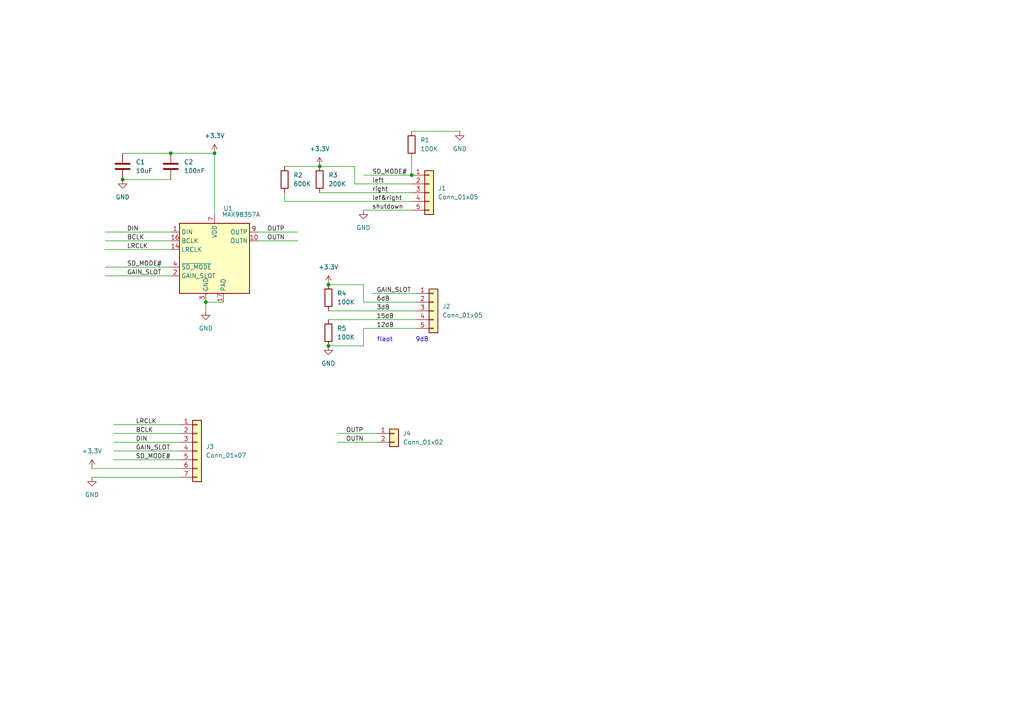
<source format=kicad_sch>
(kicad_sch (version 20250114) (generator "eeschema") (generator_version "9.0")
  (paper "A4")
  (lib_symbols
    (symbol "Audio:MAX98357A"
      (property "Reference" "U" (at -8.89 11.43 0))
      (property "Value" "MAX98357A" (at 10.16 11.43 0))
      (symbol "MAX98357A_1_1"
        (rectangle (start -10.16 10.16) (end 10.16 -10.16) (stroke (width 0.254)) (fill (type background)))
        (pin input line (at -12.7 7.62 0) (length 2.54) (name "DIN") (number "1"))
        (pin input line (at -12.7 5.08 0) (length 2.54) (name "BCLK") (number "16"))
        (pin input line (at -12.7 2.54 0) (length 2.54) (name "LRCLK") (number "14"))
        (pin input line (at -12.7 -2.54 0) (length 2.54) (name "~{SD_MODE}") (number "4"))
        (pin passive line (at -12.7 -5.08 0) (length 2.54) (name "GAIN_SLOT") (number "2"))
        (pin passive line (at -2.54 -12.7 90) (length 2.54) (hide yes) (name "GND") (number "11"))
        (pin passive line (at -2.54 -12.7 90) (length 2.54) (hide yes) (name "GND") (number "15"))
        (pin power_in line (at -2.54 -12.7 90) (length 2.54) (name "GND") (number "3"))
        (pin power_in line (at 0 12.7 270) (length 2.54) (name "VDD") (number "7"))
        (pin passive line (at 0 12.7 270) (length 2.54) (hide yes) (name "VDD") (number "8"))
        (pin unspecified line (at 2.54 -12.7 90) (length 2.54) (name "PAD") (number "17"))
        (pin no_connect line (at 10.16 2.54 180) (length 2.54) (hide yes) (name "NC") (number "5"))
        (pin no_connect line (at 10.16 0 180) (length 2.54) (hide yes) (name "NC") (number "6"))
        (pin no_connect line (at 10.16 -5.08 180) (length 2.54) (hide yes) (name "NC") (number "12"))
        (pin no_connect line (at 10.16 -7.62 180) (length 2.54) (hide yes) (name "NC") (number "13"))
        (pin output line (at 12.7 7.62 180) (length 2.54) (name "OUTP") (number "9"))
        (pin output line (at 12.7 5.08 180) (length 2.54) (name "OUTN") (number "10"))
      )
    )
    (symbol "Connector_Generic:Conn_01x02" (pin_names (offset 1.016) (hide yes))
      (property "Reference" "J" (at 0 2.54 0))
      (property "Value" "Conn_01x02" (at 0 -5.08 0))
      (symbol "Conn_01x02_1_1"
        (rectangle (start -1.27 1.27) (end 1.27 -3.81) (stroke (width 0.254)) (fill (type background)))
        (rectangle (start -1.27 0.127) (end 0 -0.127) (stroke (width 0.1524)))
        (rectangle (start -1.27 -2.413) (end 0 -2.667) (stroke (width 0.1524)))
        (pin passive line (at -5.08 0 0) (length 3.81) (name "Pin_1") (number "1"))
        (pin passive line (at -5.08 -2.54 0) (length 3.81) (name "Pin_2") (number "2"))
      )
    )
    (symbol "Connector_Generic:Conn_01x05" (pin_names (offset 1.016) (hide yes))
      (property "Reference" "J" (at 0 7.62 0))
      (property "Value" "Conn_01x05" (at 0 -7.62 0))
      (symbol "Conn_01x05_1_1"
        (rectangle (start -1.27 6.35) (end 1.27 -6.35) (stroke (width 0.254)) (fill (type background)))
        (rectangle (start -1.27 5.207) (end 0 4.953) (stroke (width 0.1524)))
        (rectangle (start -1.27 2.667) (end 0 2.413) (stroke (width 0.1524)))
        (rectangle (start -1.27 0.127) (end 0 -0.127) (stroke (width 0.1524)))
        (rectangle (start -1.27 -2.413) (end 0 -2.667) (stroke (width 0.1524)))
        (rectangle (start -1.27 -4.953) (end 0 -5.207) (stroke (width 0.1524)))
        (pin passive line (at -5.08 5.08 0) (length 3.81) (name "Pin_1") (number "1"))
        (pin passive line (at -5.08 2.54 0) (length 3.81) (name "Pin_2") (number "2"))
        (pin passive line (at -5.08 0 0) (length 3.81) (name "Pin_3") (number "3"))
        (pin passive line (at -5.08 -2.54 0) (length 3.81) (name "Pin_4") (number "4"))
        (pin passive line (at -5.08 -5.08 0) (length 3.81) (name "Pin_5") (number "5"))
      )
    )
    (symbol "Connector_Generic:Conn_01x07" (pin_names (offset 1.016) (hide yes))
      (property "Reference" "J" (at 0 10.16 0))
      (property "Value" "Conn_01x07" (at 0 -10.16 0))
      (symbol "Conn_01x07_1_1"
        (rectangle (start -1.27 8.89) (end 1.27 -8.89) (stroke (width 0.254)) (fill (type background)))
        (rectangle (start -1.27 7.747) (end 0 7.493) (stroke (width 0.1524)))
        (rectangle (start -1.27 5.207) (end 0 4.953) (stroke (width 0.1524)))
        (rectangle (start -1.27 2.667) (end 0 2.413) (stroke (width 0.1524)))
        (rectangle (start -1.27 0.127) (end 0 -0.127) (stroke (width 0.1524)))
        (rectangle (start -1.27 -2.413) (end 0 -2.667) (stroke (width 0.1524)))
        (rectangle (start -1.27 -4.953) (end 0 -5.207) (stroke (width 0.1524)))
        (rectangle (start -1.27 -7.493) (end 0 -7.747) (stroke (width 0.1524)))
        (pin passive line (at -5.08 7.62 0) (length 3.81) (name "Pin_1") (number "1"))
        (pin passive line (at -5.08 5.08 0) (length 3.81) (name "Pin_2") (number "2"))
        (pin passive line (at -5.08 2.54 0) (length 3.81) (name "Pin_3") (number "3"))
        (pin passive line (at -5.08 0 0) (length 3.81) (name "Pin_4") (number "4"))
        (pin passive line (at -5.08 -2.54 0) (length 3.81) (name "Pin_5") (number "5"))
        (pin passive line (at -5.08 -5.08 0) (length 3.81) (name "Pin_6") (number "6"))
        (pin passive line (at -5.08 -7.62 0) (length 3.81) (name "Pin_7") (number "7"))
      )
    )
    (symbol "PCM_Capacitor_AKL:C_1206" (pin_numbers (hide yes)) (pin_names (offset 0.254))
      (property "Reference" "C" (at 0.635 2.54 0))
      (property "Value" "C_1206" (at 0.635 -2.54 0))
      (symbol "C_1206_0_1"
        (polyline (pts (xy -2.032 0.762) (xy 2.032 0.762)) (stroke (width 0.508)))
        (polyline (pts (xy -2.032 -0.762) (xy 2.032 -0.762)) (stroke (width 0.508)))
      )
      (symbol "C_1206_0_2"
        (polyline (pts (xy -2.54 -2.54) (xy -0.381 -0.381)))
        (polyline (pts (xy -0.508 -0.508) (xy -1.651 0.635)) (stroke (width 0.508)))
        (polyline (pts (xy -0.508 -0.508) (xy 0.635 -1.651)) (stroke (width 0.508)))
        (polyline (pts (xy 0.381 0.381) (xy 2.54 2.54)))
        (polyline (pts (xy 0.508 0.508) (xy -0.635 1.651)) (stroke (width 0.508)))
        (polyline (pts (xy 0.508 0.508) (xy 1.651 -0.635)) (stroke (width 0.508)))
      )
      (symbol "C_1206_1_1"
        (pin passive line (at 0 3.81 270) (length 2.794) (name "~") (number "1"))
        (pin passive line (at 0 -3.81 90) (length 2.794) (name "~") (number "2"))
      )
      (symbol "C_1206_1_2"
        (pin passive line (at -2.54 -2.54 90) (length 0) (name "~") (number "2"))
        (pin passive line (at 2.54 2.54 270) (length 0) (name "~") (number "1"))
      )
    )
    (symbol "PCM_Resistor_AKL:R_1206" (pin_numbers (hide yes)) (pin_names (offset 0))
      (property "Reference" "R" (at 2.54 1.27 0))
      (property "Value" "R_1206" (at 2.54 -1.27 0))
      (symbol "R_1206_0_1"
        (rectangle (start -1.016 2.54) (end 1.016 -2.54) (stroke (width 0.254)))
      )
      (symbol "R_1206_0_2"
        (polyline (pts (xy -2.54 -2.54) (xy -1.524 -1.524)))
        (polyline (pts (xy 1.524 1.524) (xy 2.54 2.54)))
        (polyline (pts (xy 1.524 1.524) (xy 0.889 2.159) (xy -2.159 -0.889) (xy -0.889 -2.159) (xy 2.159 0.889) (xy 1.524 1.524)) (stroke (width 0.254)))
      )
      (symbol "R_1206_1_1"
        (pin passive line (at 0 3.81 270) (length 1.27) (name "~") (number "1"))
        (pin passive line (at 0 -3.81 90) (length 1.27) (name "~") (number "2"))
      )
      (symbol "R_1206_1_2"
        (pin passive line (at -2.54 -2.54 0) (length 0) (name "") (number "2"))
        (pin passive line (at 2.54 2.54 180) (length 0) (name "") (number "1"))
      )
    )
    (symbol "power:+3.3V" (power) (pin_numbers (hide yes)) (pin_names (offset 0) (hide yes))
      (property "Value" "+3.3V" (at 0 3.556 0))
      (symbol "+3.3V_0_1"
        (polyline (pts (xy -0.762 1.27) (xy 0 2.54)))
        (polyline (pts (xy 0 2.54) (xy 0.762 1.27)))
        (polyline (pts (xy 0 0) (xy 0 2.54)))
      )
      (symbol "+3.3V_1_1"
        (pin power_in line (at 0 0 90) (length 0) (name "~") (number "1"))
      )
    )
    (symbol "power:GND" (power) (pin_numbers (hide yes)) (pin_names (offset 0) (hide yes))
      (property "Value" "GND" (at 0 -3.81 0))
      (symbol "GND_0_1"
        (polyline (pts (xy 0 0) (xy 0 -1.27) (xy 1.27 -1.27) (xy 0 -2.54) (xy -1.27 -1.27) (xy 0 -1.27)))
      )
      (symbol "GND_1_1"
        (pin power_in line (at 0 0 270) (length 0) (name "~") (number "1"))
      )
    )
  )
  (text "flaot       9dB" (at 116.84 98.552 0) (effects (font (size 1.27 1.27))))
  (junction (at 62.23 44.45))
  (junction (at 35.56 52.07))
  (junction (at 49.53 44.45))
  (junction (at 92.71 48.26))
  (junction (at 59.69 87.63))
  (junction (at 119.38 50.8))
  (junction (at 95.25 100.33))
  (junction (at 95.25 82.55))
  (wire (pts (xy 49.53 44.45) (xy 62.23 44.45)))
  (wire (pts (xy 102.87 48.26) (xy 102.87 53.34)))
  (wire (pts (xy 105.41 95.25) (xy 105.41 100.33)))
  (wire (pts (xy 26.67 135.89) (xy 52.07 135.89)))
  (wire (pts (xy 92.71 55.88) (xy 119.38 55.88)))
  (wire (pts (xy 102.87 53.34) (xy 119.38 53.34)))
  (wire (pts (xy 95.25 100.33) (xy 105.41 100.33)))
  (wire (pts (xy 33.02 125.73) (xy 52.07 125.73)))
  (wire (pts (xy 30.48 69.85) (xy 49.53 69.85)))
  (wire (pts (xy 107.95 85.09) (xy 120.65 85.09)))
  (wire (pts (xy 119.38 45.72) (xy 119.38 50.8)))
  (wire (pts (xy 30.48 77.47) (xy 49.53 77.47)))
  (wire (pts (xy 105.41 60.96) (xy 119.38 60.96)))
  (wire (pts (xy 97.79 125.73) (xy 109.22 125.73)))
  (wire (pts (xy 105.41 82.55) (xy 95.25 82.55)))
  (wire (pts (xy 82.55 48.26) (xy 92.71 48.26)))
  (wire (pts (xy 95.25 90.17) (xy 120.65 90.17)))
  (wire (pts (xy 30.48 67.31) (xy 49.53 67.31)))
  (wire (pts (xy 105.41 87.63) (xy 120.65 87.63)))
  (wire (pts (xy 105.41 95.25) (xy 120.65 95.25)))
  (wire (pts (xy 33.02 128.27) (xy 52.07 128.27)))
  (wire (pts (xy 74.93 69.85) (xy 86.36 69.85)))
  (wire (pts (xy 95.25 92.71) (xy 120.65 92.71)))
  (wire (pts (xy 35.56 52.07) (xy 49.53 52.07)))
  (wire (pts (xy 105.41 50.8) (xy 119.38 50.8)))
  (wire (pts (xy 33.02 130.81) (xy 52.07 130.81)))
  (wire (pts (xy 62.23 44.45) (xy 62.23 62.23)))
  (wire (pts (xy 33.02 133.35) (xy 52.07 133.35)))
  (wire (pts (xy 26.67 138.43) (xy 52.07 138.43)))
  (wire (pts (xy 33.02 123.19) (xy 52.07 123.19)))
  (wire (pts (xy 102.87 48.26) (xy 92.71 48.26)))
  (wire (pts (xy 30.48 80.01) (xy 49.53 80.01)))
  (wire (pts (xy 64.77 87.63) (xy 59.69 87.63)))
  (wire (pts (xy 30.48 72.39) (xy 49.53 72.39)))
  (wire (pts (xy 97.79 128.27) (xy 109.22 128.27)))
  (wire (pts (xy 59.69 87.63) (xy 59.69 90.17)))
  (wire (pts (xy 82.55 58.42) (xy 119.38 58.42)))
  (wire (pts (xy 74.93 67.31) (xy 86.36 67.31)))
  (wire (pts (xy 82.55 55.88) (xy 82.55 58.42)))
  (wire (pts (xy 35.56 44.45) (xy 49.53 44.45)))
  (wire (pts (xy 105.41 87.63) (xy 105.41 82.55)))
  (wire (pts (xy 119.38 38.1) (xy 133.35 38.1)))
  (label "LRCLK" (at 39.37 123.19 0))
  (label "right" (at 107.95 55.88 0))
  (label "OUTP" (at 77.47 67.31 0))
  (label "BCLK" (at 39.37 125.73 0))
  (label "left" (at 107.95 53.34 0))
  (label "BCLK" (at 36.83 69.85 0))
  (label "GAIN_SLOT" (at 109.22 85.09 0))
  (label "SD_MODE#" (at 107.95 50.8 0))
  (label "OUTP" (at 100.33 125.73 0))
  (label "12dB" (at 109.22 95.25 0))
  (label "6dB" (at 109.22 87.63 0))
  (label "SD_MODE#" (at 36.83 77.47 0))
  (label "3dB" (at 109.22 90.17 0))
  (label "DIN" (at 39.37 128.27 0))
  (label "GAIN_SLOT" (at 36.83 80.01 0))
  (label "OUTN" (at 77.47 69.85 0))
  (label "GAIN_SLOT" (at 39.37 130.81 0))
  (label "shutdown" (at 107.95 60.96 0))
  (label "SD_MODE#" (at 39.37 133.35 0))
  (label "DIN" (at 36.83 67.31 0))
  (label "LRCLK" (at 36.83 72.39 0))
  (label "OUTN" (at 100.33 128.27 0))
  (label "15dB" (at 109.22 92.71 0))
  (label "lef&right" (at 107.95 58.42 0))
  (symbol (lib_id "power:GND") (at 105.41 60.96 0) (unit 1)
    (property "Reference" "#PWR05" (effects (hide yes)))
    (property "Value" "GND" (at 105.41 66.04 0))
    (property "Description" "Power symbol creates a global label with name \"GND\" , ground" (effects (hide yes)))
  )
  (symbol (lib_id "power:GND") (at 133.35 38.1 0) (unit 1)
    (property "Reference" "#PWR01" (effects (hide yes)))
    (property "Value" "GND" (at 133.35 43.18 0))
    (property "Description" "Power symbol creates a global label with name \"GND\" , ground" (effects (hide yes)))
  )
  (symbol (lib_id "PCM_Resistor_AKL:R_1206") (at 92.71 52.07 0) (unit 1)
    (property "Reference" "R3" (at 95.25 50.7999 0) (effects (justify left)))
    (property "Value" "200K" (at 95.25 53.3399 0) (effects (justify left)))
    (property "Footprint" "PCM_Resistor_SMD_AKL:R_1206_3216Metric" (effects (hide yes)))
    (property "Description" "SMD 1206 Chip Resistor, European Symbol, Alternate KiCad Library" (effects (hide yes)))
  )
  (symbol (lib_id "power:+3.3V") (at 95.25 82.55 0) (unit 1)
    (property "Reference" "#PWR06" (effects (hide yes)))
    (property "Value" "+3.3V" (at 95.25 77.47 0))
    (property "Description" "Power symbol creates a global label with name \"+3.3V\"" (effects (hide yes)))
  )
  (symbol (lib_id "PCM_Resistor_AKL:R_1206") (at 82.55 52.07 0) (unit 1)
    (property "Reference" "R2" (at 85.09 50.7999 0) (effects (justify left)))
    (property "Value" "600K" (at 85.09 53.3399 0) (effects (justify left)))
    (property "Footprint" "PCM_Resistor_SMD_AKL:R_1206_3216Metric" (effects (hide yes)))
    (property "Description" "SMD 1206 Chip Resistor, European Symbol, Alternate KiCad Library" (effects (hide yes)))
  )
  (symbol (lib_id "PCM_Capacitor_AKL:C_1206") (at 35.56 48.26 0) (unit 1)
    (property "Reference" "C1" (at 39.37 46.9899 0) (effects (justify left)))
    (property "Value" "10uF" (at 39.37 49.5299 0) (effects (justify left)))
    (property "Footprint" "PCM_Capacitor_SMD_AKL:C_1206_3216Metric" (effects (hide yes)))
    (property "Description" "SMD 1206 MLCC capacitor, Alternate KiCad Library" (effects (hide yes)))
  )
  (symbol (lib_id "PCM_Resistor_AKL:R_1206") (at 95.25 96.52 0) (unit 1)
    (property "Reference" "R5" (at 97.79 95.2499 0) (effects (justify left)))
    (property "Value" "100K" (at 97.79 97.7899 0) (effects (justify left)))
    (property "Footprint" "PCM_Resistor_SMD_AKL:R_1206_3216Metric" (effects (hide yes)))
    (property "Description" "SMD 1206 Chip Resistor, European Symbol, Alternate KiCad Library" (effects (hide yes)))
  )
  (symbol (lib_id "PCM_Capacitor_AKL:C_1206") (at 49.53 48.26 0) (unit 1)
    (property "Reference" "C2" (at 53.34 46.9899 0) (effects (justify left)))
    (property "Value" "100nF" (at 53.34 49.5299 0) (effects (justify left)))
    (property "Footprint" "PCM_Capacitor_SMD_AKL:C_1206_3216Metric" (effects (hide yes)))
    (property "Description" "SMD 1206 MLCC capacitor, Alternate KiCad Library" (effects (hide yes)))
  )
  (symbol (lib_id "power:GND") (at 35.56 52.07 0) (unit 1)
    (property "Reference" "#PWR04" (effects (hide yes)))
    (property "Value" "GND" (at 35.56 57.15 0))
    (property "Description" "Power symbol creates a global label with name \"GND\" , ground" (effects (hide yes)))
  )
  (symbol (lib_id "Connector_Generic:Conn_01x07") (at 57.15 130.81 0) (unit 1)
    (property "Reference" "J3" (at 59.69 129.5399 0) (effects (justify left)))
    (property "Value" "Conn_01x07" (at 59.69 132.0799 0) (effects (justify left)))
    (property "Footprint" "Connector_PinHeader_2.54mm:PinHeader_1x07_P2.54mm_Vertical" (effects (hide yes)))
    (property "Description" "Generic connector, single row, 01x07, script generated (kicad-library-utils/schlib/autogen/connector/)" (effects (hide yes)))
  )
  (symbol (lib_id "power:+3.3V") (at 62.23 44.45 0) (unit 1)
    (property "Reference" "#PWR02" (effects (hide yes)))
    (property "Value" "+3.3V" (at 62.23 39.37 0))
    (property "Description" "Power symbol creates a global label with name \"+3.3V\"" (effects (hide yes)))
  )
  (symbol (lib_id "PCM_Resistor_AKL:R_1206") (at 95.25 86.36 0) (unit 1)
    (property "Reference" "R4" (at 97.79 85.0899 0) (effects (justify left)))
    (property "Value" "100K" (at 97.79 87.6299 0) (effects (justify left)))
    (property "Footprint" "PCM_Resistor_SMD_AKL:R_1206_3216Metric" (effects (hide yes)))
    (property "Description" "SMD 1206 Chip Resistor, European Symbol, Alternate KiCad Library" (effects (hide yes)))
  )
  (symbol (lib_id "Connector_Generic:Conn_01x05") (at 124.46 55.88 0) (unit 1)
    (property "Reference" "J1" (at 127 54.6099 0) (effects (justify left)))
    (property "Value" "Conn_01x05" (at 127 57.1499 0) (effects (justify left)))
    (property "Footprint" "Library:PinHeader_1x03_P2.54mm_Vertical" (effects (hide yes)))
    (property "Description" "Generic connector, single row, 01x05, script generated (kicad-library-utils/schlib/autogen/connector/)" (effects (hide yes)))
  )
  (symbol (lib_id "power:GND") (at 95.25 100.33 0) (unit 1)
    (property "Reference" "#PWR08" (effects (hide yes)))
    (property "Value" "GND" (at 95.25 105.41 0))
    (property "Description" "Power symbol creates a global label with name \"GND\" , ground" (effects (hide yes)))
  )
  (symbol (lib_id "Audio:MAX98357A") (at 62.23 74.93 0) (unit 1)
    (property "Reference" "U1" (at 64.77 60.452 0) (effects (justify left)))
    (property "Value" "MAX98357A" (at 64.3733 62.23 0) (effects (justify left)))
    (property "Footprint" "Library:TQFN-16-1EP_3x3mm_P0.5mm_EP1.23x1.23mm" (effects (hide yes)))
    (property "Datasheet" "https://www.analog.com/media/en/technical-documentation/data-sheets/MAX98357A-MAX98357B.pdf" (effects (hide yes)))
    (property "Description" "Mono DAC with amplifier, I2S, PCM, TDM, 32-bit, 96khz, 3.2W, TQFP-16" (effects (hide yes)))
  )
  (symbol (lib_id "Connector_Generic:Conn_01x05") (at 125.73 90.17 0) (unit 1)
    (property "Reference" "J2" (at 128.27 88.8999 0) (effects (justify left)))
    (property "Value" "Conn_01x05" (at 128.27 91.4399 0) (effects (justify left)))
    (property "Footprint" "Library:PinHeader_1x03_P2.54mm_Vertical" (effects (hide yes)))
    (property "Description" "Generic connector, single row, 01x05, script generated (kicad-library-utils/schlib/autogen/connector/)" (effects (hide yes)))
  )
  (symbol (lib_id "power:+3.3V") (at 92.71 48.26 0) (unit 1)
    (property "Reference" "#PWR03" (effects (hide yes)))
    (property "Value" "+3.3V" (at 92.71 43.18 0))
    (property "Description" "Power symbol creates a global label with name \"+3.3V\"" (effects (hide yes)))
  )
  (symbol (lib_id "power:GND") (at 26.67 138.43 0) (unit 1)
    (property "Reference" "#PWR010" (effects (hide yes)))
    (property "Value" "GND" (at 26.67 143.51 0))
    (property "Description" "Power symbol creates a global label with name \"GND\" , ground" (effects (hide yes)))
  )
  (symbol (lib_id "Connector_Generic:Conn_01x02") (at 114.3 125.73 0) (unit 1)
    (property "Reference" "J4" (at 116.84 125.7299 0) (effects (justify left)))
    (property "Value" "Conn_01x02" (at 116.84 128.2699 0) (effects (justify left)))
    (property "Footprint" "TerminalBlock_Phoenix:TerminalBlock_Phoenix_MKDS-1,5-2-5.08_1x02_P5.08mm_Horizontal" (effects (hide yes)))
    (property "Description" "Generic connector, single row, 01x02, script generated (kicad-library-utils/schlib/autogen/connector/)" (effects (hide yes)))
  )
  (symbol (lib_id "power:+3.3V") (at 26.67 135.89 0) (unit 1)
    (property "Reference" "#PWR09" (effects (hide yes)))
    (property "Value" "+3.3V" (at 26.67 130.81 0))
    (property "Description" "Power symbol creates a global label with name \"+3.3V\"" (effects (hide yes)))
  )
  (symbol (lib_id "power:GND") (at 59.69 90.17 0) (unit 1)
    (property "Reference" "#PWR07" (effects (hide yes)))
    (property "Value" "GND" (at 59.69 95.25 0))
    (property "Description" "Power symbol creates a global label with name \"GND\" , ground" (effects (hide yes)))
  )
  (symbol (lib_id "PCM_Resistor_AKL:R_1206") (at 119.38 41.91 0) (unit 1)
    (property "Reference" "R1" (at 121.92 40.6399 0) (effects (justify left)))
    (property "Value" "100K" (at 121.92 43.1799 0) (effects (justify left)))
    (property "Footprint" "PCM_Resistor_SMD_AKL:R_1206_3216Metric" (effects (hide yes)))
    (property "Description" "SMD 1206 Chip Resistor, European Symbol, Alternate KiCad Library" (effects (hide yes)))
  )
)
</source>
